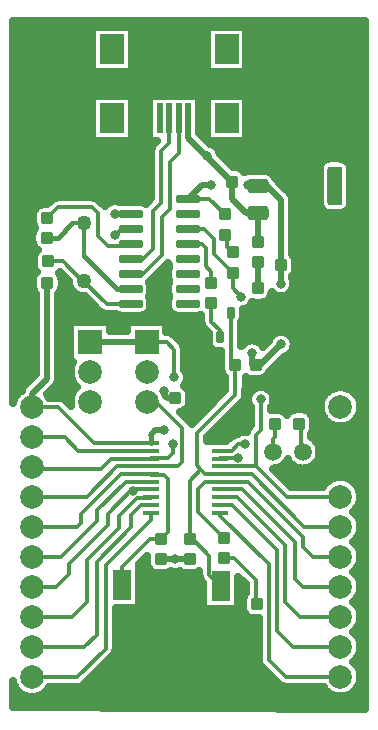
<source format=gbr>
G04 DipTrace 4.0.0.3*
G04 1 - Top.gbr*
%MOIN*%
G04 #@! TF.FileFunction,Copper,L1,Top*
G04 #@! TF.Part,Single*
%AMOUTLINE0*
4,1,28,
-0.021654,-0.009843,
-0.021654,0.009843,
-0.021318,0.01239,
-0.020335,0.014764,
-0.018771,0.016802,
-0.016732,0.018366,
-0.014358,0.01935,
-0.011811,0.019685,
0.011811,0.019685,
0.014358,0.01935,
0.016732,0.018366,
0.018771,0.016802,
0.020335,0.014764,
0.021318,0.01239,
0.021654,0.009843,
0.021654,-0.009843,
0.021318,-0.01239,
0.020335,-0.014764,
0.018771,-0.016802,
0.016732,-0.018366,
0.014358,-0.01935,
0.011811,-0.019685,
-0.011811,-0.019685,
-0.014358,-0.01935,
-0.016732,-0.018366,
-0.018771,-0.016802,
-0.020335,-0.014764,
-0.021318,-0.01239,
-0.021654,-0.009843,
0*%
%AMOUTLINE3*
4,1,28,
0.009843,-0.021654,
-0.009843,-0.021654,
-0.01239,-0.021318,
-0.014764,-0.020335,
-0.016802,-0.018771,
-0.018366,-0.016732,
-0.01935,-0.014358,
-0.019685,-0.011811,
-0.019685,0.011811,
-0.01935,0.014358,
-0.018366,0.016732,
-0.016802,0.018771,
-0.014764,0.020335,
-0.01239,0.021318,
-0.009843,0.021654,
0.009843,0.021654,
0.01239,0.021318,
0.014764,0.020335,
0.016802,0.018771,
0.018366,0.016732,
0.01935,0.014358,
0.019685,0.011811,
0.019685,-0.011811,
0.01935,-0.014358,
0.018366,-0.016732,
0.016802,-0.018771,
0.014764,-0.020335,
0.01239,-0.021318,
0.009843,-0.021654,
0*%
%AMOUTLINE6*
4,1,28,
0.021654,0.009843,
0.021654,-0.009843,
0.021318,-0.01239,
0.020335,-0.014764,
0.018771,-0.016802,
0.016732,-0.018366,
0.014358,-0.01935,
0.011811,-0.019685,
-0.011811,-0.019685,
-0.014358,-0.01935,
-0.016732,-0.018366,
-0.018771,-0.016802,
-0.020335,-0.014764,
-0.021318,-0.01239,
-0.021654,-0.009843,
-0.021654,0.009843,
-0.021318,0.01239,
-0.020335,0.014764,
-0.018771,0.016802,
-0.016732,0.018366,
-0.014358,0.01935,
-0.011811,0.019685,
0.011811,0.019685,
0.014358,0.01935,
0.016732,0.018366,
0.018771,0.016802,
0.020335,0.014764,
0.021318,0.01239,
0.021654,0.009843,
0*%
%AMOUTLINE9*
4,1,28,
-0.006103,0.019882,
0.006102,0.019882,
0.00763,0.019681,
0.009055,0.019091,
0.010278,0.018153,
0.011216,0.016929,
0.011806,0.015505,
0.012007,0.013977,
0.012008,-0.013976,
0.011807,-0.015504,
0.011217,-0.016929,
0.010279,-0.018152,
0.009056,-0.01909,
0.007631,-0.01968,
0.006103,-0.019882,
-0.006102,-0.019882,
-0.00763,-0.019681,
-0.009055,-0.019091,
-0.010278,-0.018153,
-0.011216,-0.016929,
-0.011806,-0.015505,
-0.012007,-0.013977,
-0.012008,0.013976,
-0.011807,0.015504,
-0.011217,0.016929,
-0.010279,0.018152,
-0.009056,0.01909,
-0.007631,0.01968,
-0.006103,0.019882,
0*%
%AMOUTLINE12*
4,1,28,
0.006103,-0.019882,
-0.006102,-0.019882,
-0.00763,-0.019681,
-0.009055,-0.019091,
-0.010278,-0.018153,
-0.011216,-0.016929,
-0.011806,-0.015505,
-0.012007,-0.013977,
-0.012008,0.013976,
-0.011807,0.015504,
-0.011217,0.016929,
-0.010279,0.018152,
-0.009056,0.01909,
-0.007631,0.01968,
-0.006103,0.019882,
0.006102,0.019882,
0.00763,0.019681,
0.009055,0.019091,
0.010278,0.018153,
0.011216,0.016929,
0.011806,0.015505,
0.012007,0.013977,
0.012008,-0.013976,
0.011807,-0.015504,
0.011217,-0.016929,
0.010279,-0.018152,
0.009056,-0.01909,
0.007631,-0.01968,
0.006103,-0.019882,
0*%
%AMOUTLINE15*
4,1,28,
-0.009843,0.021654,
0.009843,0.021654,
0.01239,0.021318,
0.014764,0.020335,
0.016802,0.018771,
0.018366,0.016732,
0.01935,0.014358,
0.019685,0.011811,
0.019685,-0.011811,
0.01935,-0.014358,
0.018366,-0.016732,
0.016802,-0.018771,
0.014764,-0.020335,
0.01239,-0.021318,
0.009843,-0.021654,
-0.009843,-0.021654,
-0.01239,-0.021318,
-0.014764,-0.020335,
-0.016802,-0.018771,
-0.018366,-0.016732,
-0.01935,-0.014358,
-0.019685,-0.011811,
-0.019685,0.011811,
-0.01935,0.014358,
-0.018366,0.016732,
-0.016802,0.018771,
-0.014764,0.020335,
-0.01239,0.021318,
-0.009843,0.021654,
0*%
%AMOUTLINE18*
4,1,28,
0.03937,0.006299,
0.03937,-0.006299,
0.039142,-0.008031,
0.038473,-0.009646,
0.03741,-0.011032,
0.036024,-0.012095,
0.034409,-0.012764,
0.032677,-0.012992,
-0.032677,-0.012992,
-0.034409,-0.012764,
-0.036024,-0.012095,
-0.03741,-0.011032,
-0.038473,-0.009646,
-0.039142,-0.008031,
-0.03937,-0.006299,
-0.03937,0.006299,
-0.039142,0.008031,
-0.038473,0.009646,
-0.03741,0.011032,
-0.036024,0.012095,
-0.034409,0.012764,
-0.032677,0.012992,
0.032677,0.012992,
0.034409,0.012764,
0.036024,0.012095,
0.03741,0.011032,
0.038473,0.009646,
0.039142,0.008031,
0.03937,0.006299,
0*%
%AMOUTLINE21*
4,1,28,
-0.03937,-0.006299,
-0.03937,0.006299,
-0.039142,0.008031,
-0.038473,0.009646,
-0.03741,0.011032,
-0.036024,0.012095,
-0.034409,0.012764,
-0.032677,0.012992,
0.032677,0.012992,
0.034409,0.012764,
0.036024,0.012095,
0.03741,0.011032,
0.038473,0.009646,
0.039142,0.008031,
0.03937,0.006299,
0.03937,-0.006299,
0.039142,-0.008031,
0.038473,-0.009646,
0.03741,-0.011032,
0.036024,-0.012095,
0.034409,-0.012764,
0.032677,-0.012992,
-0.032677,-0.012992,
-0.034409,-0.012764,
-0.036024,-0.012095,
-0.03741,-0.011032,
-0.038473,-0.009646,
-0.039142,-0.008031,
-0.03937,-0.006299,
0*%
%AMOUTLINE24*
4,1,28,
0.035433,0.011571,
0.035433,-0.011569,
0.035023,-0.014688,
0.033819,-0.017595,
0.031904,-0.020091,
0.029408,-0.022007,
0.026501,-0.023211,
0.023382,-0.023621,
-0.02338,-0.023623,
-0.0265,-0.023212,
-0.029407,-0.022008,
-0.031903,-0.020093,
-0.033818,-0.017597,
-0.035022,-0.01469,
-0.035433,-0.011571,
-0.035433,0.011569,
-0.035023,0.014688,
-0.033819,0.017595,
-0.031904,0.020091,
-0.029408,0.022007,
-0.026501,0.023211,
-0.023382,0.023621,
0.02338,0.023623,
0.0265,0.023212,
0.029407,0.022008,
0.031903,0.020093,
0.033818,0.017597,
0.035022,0.01469,
0.035433,0.011571,
0*%
%AMOUTLINE27*
4,1,28,
-0.024999,-0.054922,
-0.025001,0.054921,
-0.024666,0.057468,
-0.023683,0.059842,
-0.022119,0.06188,
-0.02008,0.063445,
-0.017707,0.064428,
-0.015159,0.064763,
0.015156,0.064764,
0.017703,0.064429,
0.020077,0.063446,
0.022116,0.061882,
0.02368,0.059843,
0.024663,0.057469,
0.024999,0.054922,
0.025001,-0.054921,
0.024666,-0.057468,
0.023683,-0.059842,
0.022119,-0.06188,
0.02008,-0.063445,
0.017707,-0.064428,
0.015159,-0.064763,
-0.015156,-0.064764,
-0.017703,-0.064429,
-0.020077,-0.063446,
-0.022116,-0.061882,
-0.02368,-0.059843,
-0.024663,-0.057469,
-0.024999,-0.054922,
0*%
G04 #@! TA.AperFunction,Conductor*
%ADD13C,0.013386*%
%ADD14C,0.02*%
%ADD15C,0.014*%
%ADD16C,0.013*%
%ADD17C,0.019685*%
%ADD18C,0.017717*%
%ADD19C,0.015748*%
%ADD20C,0.014016*%
G04 #@! TA.AperFunction,CopperBalancing*
%ADD21C,0.025*%
G04 #@! TA.AperFunction,ComponentPad*
%ADD22C,0.07874*%
%ADD23R,0.07874X0.07874*%
%ADD25R,0.062992X0.098425*%
%ADD28R,0.058071X0.017717*%
%ADD30R,0.019685X0.098425*%
%ADD31R,0.07874X0.098425*%
G04 #@! TA.AperFunction,ComponentPad*
%ADD32C,0.05*%
%ADD33C,0.059055*%
G04 #@! TA.AperFunction,ViaPad*
%ADD34C,0.031496*%
%ADD61OUTLINE0*%
%ADD64OUTLINE3*%
%ADD67OUTLINE6*%
%ADD70OUTLINE9*%
%ADD73OUTLINE12*%
%ADD76OUTLINE15*%
%ADD79OUTLINE18*%
%ADD82OUTLINE21*%
%ADD85OUTLINE24*%
%ADD88OUTLINE27*%
%FSLAX26Y26*%
G04*
G70*
G90*
G75*
G01*
G04 Top*
%LPD*%
X871289Y1271173D2*
D13*
X628793D1*
X583316Y1316650D1*
X474966D1*
X668780Y1635129D2*
D14*
X856295D1*
X856428Y1635261D1*
X871289Y1245583D2*
D13*
X739304D1*
X704717Y1210995D1*
X480621D1*
X474966Y1216650D1*
X856428Y1635261D2*
X923266D1*
X948672Y1609856D1*
Y1516829D1*
X945155Y1296067D2*
Y1264556D1*
X927867Y1247269D1*
X871289D1*
Y1245583D1*
X856428Y1435261D2*
D15*
X887409D1*
X975474Y1347197D1*
Y1235812D1*
X959654Y1219992D1*
X871289D1*
D13*
X758530D1*
X657479Y1118941D1*
X477257D1*
X474966Y1116650D1*
X871289Y1194402D2*
D16*
Y1192374D1*
X912996D1*
X927522Y1177848D1*
Y1001752D1*
X904614Y978844D1*
X868638D1*
X774358Y884564D1*
Y823449D1*
X871289Y1194402D2*
D13*
X770698D1*
X638308Y1062012D1*
Y1029915D1*
X625043Y1016650D1*
X474966D1*
X871289Y1168811D2*
X786681D1*
X692587Y1074717D1*
Y1037597D1*
X571639Y916650D1*
X474966D1*
X871289Y1143220D2*
X806862D1*
X726458Y1062816D1*
Y1024039D1*
X597885Y895466D1*
Y860824D1*
X553710Y816650D1*
X474966D1*
X812682Y1139201D2*
X806862Y1143220D1*
X1102627D2*
X1175738D1*
X1350340Y968618D1*
Y845879D1*
X1377325Y818894D1*
X1502668D1*
X1102627Y1168811D2*
D16*
X1051606D1*
X1027503Y1144707D1*
Y1066588D1*
X1113934Y980156D1*
X1102627Y1168811D2*
D13*
X1193814D1*
X1378664Y983961D1*
Y952096D1*
X1411866Y918894D1*
X1502668D1*
X871289Y1117630D2*
Y1115573D1*
X824780D1*
X765739Y1056533D1*
Y1015164D1*
X659425Y908850D1*
Y767423D1*
X608652Y716650D1*
X474966D1*
Y616650D2*
X647154D1*
X689661Y659157D1*
Y902997D1*
X803720Y1017056D1*
Y1057219D1*
X837080Y1090579D1*
X871289D1*
Y1092039D1*
Y1066449D2*
Y1041709D1*
X719898Y890318D1*
Y612341D1*
X624206Y516650D1*
X474966D1*
X1102627Y1066449D2*
Y1055689D1*
X1263007Y895310D1*
Y575615D1*
X1319728Y518894D1*
X1502668D1*
X1102627Y1092039D2*
X1141946D1*
X1291331Y942655D1*
Y671211D1*
X1343648Y618894D1*
X1502668D1*
X1102627Y1117630D2*
X1157661D1*
X1318475Y956816D1*
Y766806D1*
X1366387Y718894D1*
X1502668D1*
X932399Y2380127D2*
D15*
Y2298594D1*
X906228Y2272424D1*
Y2099635D1*
X877953Y2071360D1*
Y1944125D1*
X845668Y1911840D1*
X803615D1*
X963895Y2380127D2*
Y2263259D1*
X934194Y2233558D1*
Y2078974D1*
X907480Y2052260D1*
Y1925209D1*
X844112Y1861840D1*
X803615D1*
X992986Y1961840D2*
D13*
X1040920D1*
X1055050Y1947711D1*
Y1887255D1*
X1072857Y1869448D1*
Y1832806D1*
X869407Y2380127D2*
D17*
Y2439340D1*
D14*
Y2458660D1*
X912510Y2501764D1*
X1157556D1*
X1226637Y2432683D1*
Y2246018D1*
X869407Y2380127D2*
D17*
Y2320915D1*
D14*
Y2147638D1*
X833609Y2111840D1*
X803615D1*
X458240Y1830370D2*
D15*
Y1900371D1*
X461265Y1903396D1*
Y1978293D1*
X457173Y1982385D1*
Y2045362D1*
X459100Y2047289D1*
D14*
Y2069518D1*
X540470Y2150888D1*
X705639D1*
X744688Y2111840D1*
X803615D1*
X1226637Y2246018D2*
X1150361D1*
X1140929Y2236585D1*
X1226637Y2246018D2*
X1331820D1*
X1371184Y2206654D1*
Y1890757D1*
Y1820118D1*
X1298619Y1747554D1*
X1227570D1*
Y1701146D1*
X1176357Y1649933D1*
X1226639Y2155466D2*
X1258308D1*
X1304255Y2109520D1*
Y1890757D1*
X1226639Y2155466D2*
Y2159442D1*
X1193240D1*
X1069898D2*
X1040588D1*
X992986Y2111840D1*
D15*
X1065853D1*
X1117790Y2059903D1*
X1304255Y1890757D2*
D14*
Y1829600D1*
Y1627117D2*
X1234198Y1557060D1*
X1219749D1*
X525169Y1830370D2*
Y1512526D1*
X474966Y1462323D1*
Y1416650D1*
X904614Y911915D2*
X951052Y911398D1*
X1000281D1*
X871289Y1296764D2*
D13*
X682504D1*
X562618Y1416650D1*
X474966D1*
X1219749Y1557060D2*
D14*
X1208471D1*
Y1597959D1*
X913017Y1472189D2*
Y1458563D1*
X924119Y1447461D1*
X950995D1*
X871289Y1296764D2*
D18*
Y1326084D1*
D14*
X885717Y1340512D1*
X916259D1*
X995391Y2380127D2*
D17*
Y2315194D1*
D14*
X1057781Y2252804D1*
X1140930Y2169656D1*
Y2111551D1*
X1187565Y2064915D1*
X1226641D1*
Y1969656D1*
X1226356Y1969370D1*
X1058866Y2253888D2*
X1057781Y2252804D1*
X1072857Y1765877D2*
D15*
Y1702853D1*
X1101552Y1674156D1*
Y1649930D1*
X649194Y1838180D2*
Y1836129D1*
X723483Y1761840D1*
X803615D1*
X528194Y1903396D2*
X578995D1*
X649194Y1833197D1*
Y1838180D1*
Y2030306D2*
Y1920900D1*
D19*
X758255Y1811840D1*
X803615D1*
X524102Y1982385D2*
X560895D1*
X608816Y2030306D1*
D15*
X649194D1*
X803615Y1961840D2*
Y1955684D1*
X726761D1*
X693727Y1988718D1*
Y2063630D1*
X673942Y2083415D1*
X562155D1*
X526029Y2047289D1*
X1117790Y1992974D2*
X1124207D1*
Y1952650D1*
X1143549Y1933308D1*
X1226356Y1902441D2*
D14*
Y1815696D1*
X1227570Y1814483D1*
X1113934Y913227D2*
D13*
X1147552D1*
X1220344Y840437D1*
Y765648D1*
X1224289Y761703D1*
X1138953Y1733003D2*
D15*
Y1570925D1*
X1152820Y1557058D1*
Y1459782D1*
X1023718Y1330680D1*
Y1223579D1*
X1036244Y1211052D1*
X1052895Y1194402D1*
X1102627D1*
X1000281Y978327D2*
D16*
Y1172654D1*
X1036244Y1208617D1*
Y1211052D1*
X1102627Y1194402D2*
D13*
X1207016D1*
X1382524Y1018894D1*
X1502668D1*
X1000281Y978327D2*
D20*
X1009916D1*
X1065669Y922573D1*
Y858133D1*
X1103264Y820538D1*
X992986Y2011840D2*
D15*
X1048937D1*
X1082291Y1978486D1*
Y1927638D1*
X1143550Y1866379D1*
X1102627Y1219992D2*
X1222344D1*
D13*
X1323442Y1118894D1*
X1502668D1*
X1143550Y1866379D2*
Y1814054D1*
X1171596Y1786008D1*
X1237285Y1443282D2*
Y1340465D1*
X1222344Y1325524D1*
Y1219992D1*
X803615Y2011840D2*
X774440D1*
X752630Y1990030D1*
X803615Y2061840D2*
X750466D1*
X1276785Y1268551D2*
Y1310668D1*
X1283121Y1317004D1*
Y1361451D1*
X1102627Y1271173D2*
D20*
Y1273160D1*
X1139839D1*
X1160610Y1293932D1*
X1185394D1*
X1102627Y1245583D2*
D13*
Y1247025D1*
X1159789D1*
X1376785Y1268551D2*
X1371025D1*
Y1356526D1*
X1365238Y1362314D1*
D34*
X948672Y1516829D3*
X945155Y1296067D3*
X1193240Y2159442D3*
X1069898D3*
X1304255Y1829600D3*
Y1627117D3*
X1208471Y1597959D3*
X951052Y911398D3*
X916259Y1340512D3*
X1171596Y1786008D3*
X1237285Y1443282D3*
X752630Y1990030D3*
X750466Y2061840D3*
X1185394Y1293932D3*
X1159789Y1247025D3*
X812682Y1139201D3*
X913017Y1472189D3*
X1058866Y2253888D3*
X414575Y2680563D2*
D21*
X672714D1*
X809409D2*
X1055383D1*
X1192114D2*
X1582306D1*
X414575Y2655694D2*
X672714D1*
X809409D2*
X1055383D1*
X1192114D2*
X1582306D1*
X414539Y2630825D2*
X672714D1*
X809409D2*
X1055383D1*
X1192114D2*
X1582306D1*
X414539Y2605956D2*
X672714D1*
X809409D2*
X1055383D1*
X1192114D2*
X1582270D1*
X414503Y2581087D2*
X672714D1*
X809409D2*
X1055383D1*
X1192114D2*
X1582270D1*
X414503Y2556219D2*
X672714D1*
X809409D2*
X1055383D1*
X1192114D2*
X1582270D1*
X414467Y2531350D2*
X1582270D1*
X414467Y2506481D2*
X1582234D1*
X414432Y2481612D2*
X1582234D1*
X414432Y2456744D2*
X1582234D1*
X414396Y2431875D2*
X672714D1*
X809409D2*
X862075D1*
X1034223D2*
X1055383D1*
X1192114D2*
X1582234D1*
X414396Y2407006D2*
X672714D1*
X809409D2*
X862075D1*
X1034223D2*
X1055383D1*
X1192114D2*
X1582199D1*
X414360Y2382137D2*
X672714D1*
X809409D2*
X862075D1*
X1034223D2*
X1055383D1*
X1192114D2*
X1582199D1*
X414360Y2357269D2*
X672714D1*
X809409D2*
X862075D1*
X1034223D2*
X1055383D1*
X1192114D2*
X1582199D1*
X414324Y2332400D2*
X672714D1*
X809409D2*
X862075D1*
X1034223D2*
X1055383D1*
X1192114D2*
X1582199D1*
X414324Y2307531D2*
X672714D1*
X809409D2*
X862075D1*
X1192114D2*
X1582163D1*
X414288Y2282662D2*
X871835D1*
X1092284D2*
X1582163D1*
X414288Y2257793D2*
X870220D1*
X1106889D2*
X1582163D1*
X414252Y2232925D2*
X870220D1*
X1131756D2*
X1438339D1*
X1530681D2*
X1582163D1*
X414252Y2208056D2*
X870220D1*
X1178047D2*
X1430516D1*
X1538504D2*
X1582127D1*
X414216Y2183187D2*
X870220D1*
X1287530D2*
X1430516D1*
X1538504D2*
X1582127D1*
X414216Y2158318D2*
X870220D1*
X1309563D2*
X1430516D1*
X1538504D2*
X1582127D1*
X414180Y2133450D2*
X870220D1*
X1334323D2*
X1430516D1*
X1538504D2*
X1582127D1*
X414180Y2108581D2*
X537538D1*
X698527D2*
X865304D1*
X1343258D2*
X1430516D1*
X1538504D2*
X1582091D1*
X414144Y2083712D2*
X486941D1*
X1343258D2*
X1434643D1*
X1534377D2*
X1582091D1*
X414144Y2058843D2*
X475423D1*
X1343258D2*
X1582091D1*
X414109Y2033975D2*
X475566D1*
X1343258D2*
X1582091D1*
X414109Y2009106D2*
X477612D1*
X1343258D2*
X1582055D1*
X414073Y1984237D2*
X473449D1*
X1343258D2*
X1582055D1*
X414073Y1959368D2*
X475925D1*
X1343258D2*
X1582055D1*
X414037Y1934500D2*
X484430D1*
X1343258D2*
X1582055D1*
X414037Y1909631D2*
X477540D1*
X1353772D2*
X1582019D1*
X414001Y1884762D2*
X478616D1*
X1354884D2*
X1582019D1*
X414001Y1859893D2*
X480303D1*
X892014D2*
X924621D1*
X1348210D2*
X1582019D1*
X413965Y1835024D2*
X474525D1*
X575803D2*
X595312D1*
X867362D2*
X929250D1*
X1348640D2*
X1582019D1*
X413965Y1810156D2*
X476033D1*
X574296D2*
X603493D1*
X871991D2*
X924621D1*
X1344263D2*
X1581983D1*
X413929Y1785287D2*
X486188D1*
X564176D2*
X650179D1*
X867218D2*
X929393D1*
X1271812D2*
X1581983D1*
X413929Y1760418D2*
X486188D1*
X564176D2*
X675046D1*
X871991D2*
X924621D1*
X1207687D2*
X1581983D1*
X413893Y1735549D2*
X486188D1*
X564176D2*
X700237D1*
X865280D2*
X931331D1*
X1179949D2*
X1581983D1*
X413893Y1710681D2*
X486188D1*
X564176D2*
X1036867D1*
X1178872D2*
X1581947D1*
X413857Y1685812D2*
X486188D1*
X564176D2*
X600407D1*
X737138D2*
X788081D1*
X924776D2*
X1041532D1*
X1174961D2*
X1581947D1*
X413857Y1660943D2*
X486188D1*
X564176D2*
X600407D1*
X946773D2*
X1060550D1*
X1174961D2*
X1276465D1*
X1332062D2*
X1581947D1*
X413822Y1636074D2*
X486188D1*
X564176D2*
X600407D1*
X971892D2*
X1060550D1*
X1174961D2*
X1187760D1*
X1229182D2*
X1259097D1*
X1348030D2*
X1581947D1*
X413822Y1611206D2*
X486188D1*
X564176D2*
X600407D1*
X984344D2*
X1072033D1*
X1345877D2*
X1581947D1*
X413786Y1586337D2*
X486188D1*
X564176D2*
X600407D1*
X984344D2*
X1102965D1*
X1317780D2*
X1581911D1*
X413786Y1561468D2*
X486188D1*
X564176D2*
X605897D1*
X984344D2*
X1102176D1*
X1292697D2*
X1581911D1*
X413750Y1536599D2*
X486188D1*
X564176D2*
X600443D1*
X988507D2*
X1103755D1*
X1268798D2*
X1581911D1*
X413750Y1511730D2*
X470255D1*
X564140D2*
X604713D1*
X993100D2*
X1116817D1*
X1241849D2*
X1581911D1*
X413714Y1486862D2*
X445459D1*
X553626D2*
X621471D1*
X986425D2*
X1116817D1*
X1188812D2*
X1581876D1*
X528759Y1461993D2*
X606149D1*
X1001353D2*
X1105154D1*
X1277662D2*
X1450360D1*
X1554975D2*
X1581876D1*
X1001640Y1437124D2*
X1080286D1*
X1179985D2*
X1192999D1*
X1281573D2*
X1436868D1*
X1568467D2*
X1581876D1*
X991342Y1412255D2*
X1055419D1*
X1155153D2*
X1201611D1*
X1272961D2*
X1434643D1*
X985134Y1387387D2*
X1030551D1*
X1130285D2*
X1201611D1*
X1411402D2*
X1442322D1*
X1563013D2*
X1581840D1*
X1105417Y1362518D2*
X1201611D1*
X1413914D2*
X1466113D1*
X1539221D2*
X1581840D1*
X1080550Y1337649D2*
X1188944D1*
X1411581D2*
X1581840D1*
X1059701Y1312780D2*
X1129591D1*
X1413663D2*
X1581840D1*
X1431856Y1287912D2*
X1581804D1*
X1435050Y1263043D2*
X1581804D1*
X1426366Y1238174D2*
X1581804D1*
X1288570Y1213305D2*
X1364992D1*
X1388580D2*
X1581804D1*
X1303319Y1188437D2*
X1581768D1*
X1328186Y1163568D2*
X1451760D1*
X1553575D2*
X1581768D1*
X1567965Y1138699D2*
X1581768D1*
X1563838Y1088961D2*
X1581732D1*
X1553073Y1064093D2*
X1581732D1*
X1567821Y1039224D2*
X1581732D1*
X1564089Y989486D2*
X1581696D1*
X1552570Y964618D2*
X1581696D1*
X1567642Y939749D2*
X1581696D1*
X834851Y890011D2*
X857374D1*
X1564376D2*
X1581660D1*
X834851Y865143D2*
X882385D1*
X926858D2*
X976366D1*
X1552068D2*
X1581660D1*
X834851Y840274D2*
X1034821D1*
X1567462D2*
X1581660D1*
X834851Y815405D2*
X1042787D1*
X1163765D2*
X1184674D1*
X834851Y790536D2*
X1042787D1*
X1163765D2*
X1179829D1*
X1564627D2*
X1581624D1*
X834851Y765667D2*
X1042787D1*
X1551530D2*
X1581624D1*
X755583Y740799D2*
X1176779D1*
X1567283D2*
X1581624D1*
X755583Y715930D2*
X1199027D1*
X755583Y691061D2*
X1227304D1*
X1564843D2*
X1581589D1*
X755583Y666192D2*
X1227304D1*
X1550991D2*
X1581589D1*
X755583Y641324D2*
X1227304D1*
X1567103D2*
X1581589D1*
X755583Y616455D2*
X1227304D1*
X748298Y591586D2*
X1227304D1*
X1565094D2*
X1581553D1*
X723717Y566717D2*
X1228524D1*
X1550453D2*
X1581553D1*
X698850Y541849D2*
X1247327D1*
X1566888D2*
X1581553D1*
X673982Y516980D2*
X1272195D1*
X649042Y492111D2*
X1297637D1*
X1565345D2*
X1581517D1*
X412996Y467242D2*
X428917D1*
X521008D2*
X1459295D1*
X1546039D2*
X1581517D1*
X412960Y442374D2*
X1581517D1*
X412960Y417505D2*
X1581517D1*
X999140Y1447461D2*
X999028Y1434767D1*
X998137Y1429136D1*
X996375Y1423713D1*
X993786Y1418633D1*
X990435Y1414021D1*
X986403Y1409989D1*
X981791Y1406638D1*
X976710Y1404049D1*
X971288Y1402287D1*
X968479Y1401729D1*
X988835Y1381200D1*
X1000941Y1368948D1*
X1004030Y1364696D1*
X1006490Y1360817D1*
X1119328Y1473655D1*
Y1518090D1*
X1115318Y1521522D1*
X1111615Y1525857D1*
X1108636Y1530719D1*
X1106453Y1535986D1*
X1105122Y1541530D1*
X1104675Y1547225D1*
X1104786Y1569750D1*
X1105461Y1579929D1*
Y1603577D1*
X1092911Y1603656D1*
X1087890Y1604451D1*
X1083055Y1606022D1*
X1078525Y1608330D1*
X1074412Y1611318D1*
X1070817Y1614913D1*
X1067829Y1619026D1*
X1065521Y1623555D1*
X1063949Y1628390D1*
X1063154Y1633411D1*
X1063054Y1663916D1*
X1057704Y1670640D1*
X1047389Y1681102D1*
X1044300Y1685354D1*
X1041914Y1690037D1*
X1040290Y1695035D1*
X1039468Y1700226D1*
X1039365Y1725336D1*
X1033410Y1723272D1*
X1028266Y1722458D1*
X971562Y1722356D1*
X957705Y1722458D1*
X952561Y1723272D1*
X947609Y1724882D1*
X942969Y1727246D1*
X938756Y1730307D1*
X935074Y1733989D1*
X932013Y1738202D1*
X929649Y1742841D1*
X928040Y1747794D1*
X927226Y1752937D1*
Y1770743D1*
X928040Y1775886D1*
X929649Y1780838D1*
X932019Y1785487D1*
X932013Y1788201D1*
X929649Y1792841D1*
X928040Y1797794D1*
X927226Y1802937D1*
Y1820743D1*
X928040Y1825886D1*
X929649Y1830839D1*
X932019Y1835487D1*
X932013Y1838202D1*
X929649Y1842841D1*
X928040Y1847794D1*
X927226Y1852937D1*
Y1870743D1*
X928040Y1875886D1*
X929649Y1880838D1*
X932019Y1885487D1*
X932013Y1888202D1*
X929649Y1892841D1*
X928038Y1897804D1*
X924826Y1895189D1*
X865855Y1836366D1*
X865861Y1833205D1*
X867854Y1828394D1*
X869069Y1823330D1*
X869477Y1818129D1*
X869376Y1802937D1*
X868561Y1797794D1*
X866952Y1792841D1*
X864582Y1788193D1*
X864588Y1785478D1*
X866952Y1780838D1*
X868561Y1775886D1*
X869375Y1770743D1*
Y1752937D1*
X868561Y1747794D1*
X866952Y1742841D1*
X864588Y1738202D1*
X861527Y1733989D1*
X857845Y1730307D1*
X853632Y1727246D1*
X848992Y1724882D1*
X844040Y1723273D1*
X838896Y1722458D1*
X782192Y1722356D1*
X768335Y1722458D1*
X763191Y1723273D1*
X758239Y1724882D1*
X753591Y1727251D1*
X749670Y1728348D1*
X720855Y1728451D1*
X715664Y1729273D1*
X710666Y1730897D1*
X705983Y1733283D1*
X701731Y1736372D1*
X661131Y1776827D1*
X651210Y1786748D1*
X645154Y1786846D1*
X637174Y1788110D1*
X629489Y1790607D1*
X622290Y1794276D1*
X615753Y1799025D1*
X610039Y1804738D1*
X605290Y1811275D1*
X601622Y1818475D1*
X599125Y1826159D1*
X597861Y1834140D1*
X597737Y1837280D1*
X566402Y1868624D1*
X563594Y1865918D1*
X564609Y1863810D1*
X567961Y1859197D1*
X570549Y1854117D1*
X572311Y1848695D1*
X573203Y1843063D1*
X573315Y1820528D1*
X572868Y1814844D1*
X571537Y1809300D1*
X569355Y1804032D1*
X566376Y1799171D1*
X562665Y1794827D1*
X561661Y1784796D1*
X561549Y1509663D1*
X560653Y1504007D1*
X558884Y1498561D1*
X556284Y1493459D1*
X552918Y1488826D1*
X524424Y1460173D1*
X528250Y1455362D1*
X531804Y1449846D1*
X565222Y1449732D1*
X570365Y1448918D1*
X575318Y1447309D1*
X579957Y1444945D1*
X584170Y1441884D1*
X604238Y1421960D1*
X603120Y1429961D1*
Y1440296D1*
X604737Y1450504D1*
X607931Y1460333D1*
X612623Y1469542D1*
X618698Y1477903D1*
X625902Y1485115D1*
X618698Y1492355D1*
X612623Y1500716D1*
X607931Y1509924D1*
X604737Y1519753D1*
X603120Y1529961D1*
Y1540296D1*
X604737Y1550504D1*
X607931Y1560333D1*
X612475Y1569277D1*
X602917Y1569266D1*
Y1700991D1*
X734642D1*
Y1671602D1*
X790580Y1671621D1*
X790566Y1701123D1*
X922290D1*
Y1668433D1*
X928458Y1668038D1*
X933521Y1666822D1*
X938332Y1664829D1*
X942772Y1662109D1*
X946732Y1658727D1*
X973906Y1631408D1*
X976967Y1627195D1*
X979331Y1622555D1*
X980940Y1617603D1*
X981755Y1612459D1*
X981857Y1545435D1*
Y1542959D1*
X984688Y1538900D1*
X987697Y1532994D1*
X989745Y1526690D1*
X990782Y1520144D1*
Y1513515D1*
X989745Y1506969D1*
X987697Y1500665D1*
X984688Y1494759D1*
X980466Y1489045D1*
X984163Y1486699D1*
X988498Y1482996D1*
X992201Y1478660D1*
X995180Y1473799D1*
X997362Y1468531D1*
X998693Y1462987D1*
X999140Y1457303D1*
Y1447461D1*
X1365238Y1410459D2*
X1377931Y1410347D1*
X1383562Y1409455D1*
X1388985Y1407694D1*
X1394065Y1405105D1*
X1398678Y1401754D1*
X1402709Y1397722D1*
X1406060Y1393110D1*
X1408649Y1388029D1*
X1410411Y1382607D1*
X1411303Y1376975D1*
X1411415Y1350503D1*
X1410967Y1344819D1*
X1409636Y1339275D1*
X1407455Y1334007D1*
X1404469Y1329137D1*
X1404210Y1317407D1*
X1409712Y1313872D1*
X1416397Y1308163D1*
X1422106Y1301479D1*
X1426699Y1293984D1*
X1430063Y1285862D1*
X1432115Y1277315D1*
X1432804Y1268551D1*
X1432115Y1259788D1*
X1430063Y1251240D1*
X1426699Y1243119D1*
X1422106Y1235624D1*
X1416397Y1228939D1*
X1409712Y1223230D1*
X1402217Y1218637D1*
X1394096Y1215273D1*
X1385548Y1213221D1*
X1376785Y1212531D1*
X1368021Y1213221D1*
X1359474Y1215273D1*
X1351352Y1218637D1*
X1343857Y1223230D1*
X1337173Y1228939D1*
X1331464Y1235624D1*
X1326792Y1243290D1*
X1322106Y1235624D1*
X1316397Y1228939D1*
X1309712Y1223230D1*
X1302217Y1218637D1*
X1294096Y1215273D1*
X1285548Y1213221D1*
X1276733Y1212534D1*
X1337207Y1152060D1*
X1445762Y1152079D1*
X1449384Y1157607D1*
X1456096Y1165465D1*
X1463955Y1172177D1*
X1472767Y1177577D1*
X1482315Y1181532D1*
X1492365Y1183945D1*
X1502668Y1184756D1*
X1512971Y1183945D1*
X1523021Y1181532D1*
X1532569Y1177577D1*
X1541381Y1172177D1*
X1549240Y1165465D1*
X1555952Y1157607D1*
X1561352Y1148795D1*
X1565307Y1139246D1*
X1567719Y1129197D1*
X1568530Y1118894D1*
X1567719Y1108591D1*
X1565307Y1098541D1*
X1561352Y1088993D1*
X1555952Y1080181D1*
X1549240Y1072322D1*
X1545546Y1068908D1*
X1552750Y1061668D1*
X1558825Y1053307D1*
X1563517Y1044098D1*
X1566710Y1034269D1*
X1568327Y1024061D1*
Y1013726D1*
X1566710Y1003518D1*
X1563517Y993689D1*
X1558825Y984481D1*
X1552750Y976120D1*
X1545546Y968908D1*
X1552750Y961668D1*
X1558825Y953307D1*
X1563517Y944098D1*
X1566710Y934269D1*
X1568327Y924061D1*
Y913726D1*
X1566710Y903518D1*
X1563517Y893689D1*
X1558825Y884481D1*
X1552750Y876120D1*
X1545546Y868908D1*
X1552750Y861668D1*
X1558825Y853307D1*
X1563517Y844098D1*
X1566710Y834269D1*
X1568327Y824061D1*
Y813726D1*
X1566710Y803518D1*
X1563517Y793689D1*
X1558825Y784481D1*
X1552750Y776120D1*
X1545546Y768908D1*
X1552750Y761668D1*
X1558825Y753307D1*
X1563517Y744098D1*
X1566710Y734269D1*
X1568327Y724061D1*
Y713726D1*
X1566710Y703518D1*
X1563517Y693689D1*
X1558825Y684481D1*
X1552750Y676120D1*
X1545546Y668908D1*
X1552750Y661668D1*
X1558825Y653307D1*
X1563517Y644098D1*
X1566710Y634269D1*
X1568327Y624061D1*
Y613726D1*
X1566710Y603518D1*
X1563517Y593689D1*
X1558825Y584481D1*
X1552750Y576120D1*
X1545546Y568908D1*
X1552750Y561668D1*
X1558825Y553307D1*
X1563517Y544098D1*
X1566710Y534269D1*
X1568327Y524061D1*
Y513726D1*
X1566710Y503518D1*
X1563517Y493689D1*
X1558825Y484481D1*
X1552750Y476120D1*
X1545442Y468812D1*
X1537081Y462737D1*
X1527872Y458045D1*
X1518043Y454851D1*
X1507835Y453235D1*
X1497500D1*
X1487293Y454851D1*
X1477464Y458045D1*
X1468255Y462737D1*
X1459894Y468812D1*
X1452586Y476120D1*
X1446511Y484481D1*
X1445830Y485697D1*
X1317125Y485811D1*
X1311981Y486625D1*
X1307029Y488235D1*
X1302389Y490599D1*
X1298176Y493660D1*
X1258112Y533579D1*
X1237772Y554063D1*
X1234712Y558276D1*
X1232348Y562916D1*
X1230738Y567869D1*
X1229924Y573012D1*
X1229821Y630428D1*
Y713571D1*
X1211595Y713670D1*
X1205964Y714562D1*
X1200541Y716323D1*
X1195461Y718912D1*
X1190849Y722263D1*
X1186817Y726295D1*
X1183466Y730908D1*
X1180877Y735988D1*
X1179115Y741410D1*
X1178223Y747042D1*
X1178111Y773514D1*
X1178559Y779198D1*
X1179890Y784743D1*
X1182072Y790010D1*
X1185051Y794871D1*
X1186825Y797120D1*
X1187159Y811742D1*
Y826706D1*
X1161252Y852598D1*
Y744833D1*
X1045276D1*
Y831135D1*
X1040196Y836376D1*
X1037106Y840629D1*
X1034719Y845313D1*
X1033095Y850312D1*
X1032272Y855504D1*
X1032169Y870673D1*
X1026619Y867212D1*
X1021351Y865030D1*
X1015807Y863699D1*
X1010123Y863252D1*
X987588Y863364D1*
X981956Y864256D1*
X976534Y866018D1*
X971453Y868606D1*
X966833Y871965D1*
X957660Y869678D1*
X951052Y869157D1*
X944445Y869678D1*
X938000Y871225D1*
X936991Y871597D1*
X930952Y867729D1*
X925685Y865547D1*
X920141Y864216D1*
X914446Y863769D1*
X891921Y863881D1*
X886289Y864773D1*
X880867Y866535D1*
X875787Y869123D1*
X871174Y872475D1*
X867143Y876506D1*
X863791Y881119D1*
X861203Y886199D1*
X859441Y891622D1*
X858549Y897253D1*
X858437Y921960D1*
X832358Y895906D1*
X832346Y747744D1*
X753078D1*
X752980Y609738D1*
X752166Y604594D1*
X750557Y599642D1*
X748193Y595002D1*
X745132Y590789D1*
X704904Y550416D1*
X645758Y491415D1*
X641545Y488355D1*
X636905Y485991D1*
X631953Y484381D1*
X626810Y483567D1*
X559760Y483465D1*
X531878D1*
X528250Y477937D1*
X521537Y470078D1*
X513679Y463366D1*
X504867Y457966D1*
X495318Y454011D1*
X485269Y451598D1*
X474966Y450787D1*
X464663Y451598D1*
X454613Y454011D1*
X445065Y457966D1*
X436253Y463366D1*
X428394Y470078D1*
X421682Y477937D1*
X416282Y486749D1*
X412327Y496297D1*
X410518Y503315D1*
X410451Y416855D1*
X1584025Y412028D1*
X1584819Y2705377D1*
X412077Y2705431D1*
X411188Y1433095D1*
X414117Y1441854D1*
X418809Y1451063D1*
X424884Y1459424D1*
X432192Y1466732D1*
X439864Y1472346D1*
X442451Y1478890D1*
X445443Y1483772D1*
X449170Y1488134D1*
X488652Y1527617D1*
X488677Y1793896D1*
X485729Y1796930D1*
X482378Y1801543D1*
X479789Y1806623D1*
X478027Y1812045D1*
X477136Y1817677D1*
X477024Y1840213D1*
X477471Y1845897D1*
X478802Y1851441D1*
X480984Y1856708D1*
X483963Y1861570D1*
X487666Y1865905D1*
X489769Y1867849D1*
X488754Y1869956D1*
X485403Y1874569D1*
X482814Y1879649D1*
X481052Y1885072D1*
X480160Y1890703D1*
X480048Y1913239D1*
X480496Y1918923D1*
X481827Y1924467D1*
X484009Y1929734D1*
X486988Y1934596D1*
X490691Y1938931D1*
X493307Y1941562D1*
X488694Y1944913D1*
X484662Y1948945D1*
X481311Y1953557D1*
X478722Y1958637D1*
X476961Y1964060D1*
X476069Y1969691D1*
X475957Y1992227D1*
X476404Y1997911D1*
X477735Y2003455D1*
X479917Y2008723D1*
X482896Y2013584D1*
X484822Y2016089D1*
X481843Y2020951D1*
X479661Y2026218D1*
X478330Y2031762D1*
X477883Y2037446D1*
X477995Y2059982D1*
X478887Y2065613D1*
X480649Y2071036D1*
X483237Y2076116D1*
X486589Y2080729D1*
X490620Y2084760D1*
X495233Y2088112D1*
X500313Y2090700D1*
X505736Y2092462D1*
X511367Y2093354D1*
X524824Y2093466D1*
X540403Y2108882D1*
X544655Y2111972D1*
X549338Y2114357D1*
X554336Y2115982D1*
X559527Y2116804D1*
X617402Y2116907D1*
X676570Y2116804D1*
X681761Y2115982D1*
X686759Y2114357D1*
X691442Y2111972D1*
X695694Y2108882D1*
X717042Y2087680D1*
X720598Y2091708D1*
X725638Y2096013D1*
X731289Y2099476D1*
X737413Y2102013D1*
X743858Y2103560D1*
X750466Y2104080D1*
X757074Y2103560D1*
X763519Y2102013D1*
X766278Y2100995D1*
X770938Y2101324D1*
X838896Y2101222D1*
X844040Y2100407D1*
X848992Y2098798D1*
X853640Y2096428D1*
X861339Y2102111D1*
X872732Y2113504D1*
X872839Y2275052D1*
X873662Y2280242D1*
X875286Y2285241D1*
X877672Y2289923D1*
X880761Y2294175D1*
X890839Y2304400D1*
X864568Y2304423D1*
Y2455832D1*
X1031726D1*
Y2330493D1*
X1066840Y2295353D1*
X1071919Y2294061D1*
X1078043Y2291525D1*
X1083694Y2288061D1*
X1088734Y2283757D1*
X1093039Y2278717D1*
X1096502Y2273065D1*
X1099039Y2266941D1*
X1100311Y2261881D1*
X1144408Y2217786D1*
X1153622Y2217690D1*
X1159254Y2216798D1*
X1164676Y2215037D1*
X1169756Y2212448D1*
X1174369Y2209097D1*
X1178401Y2205065D1*
X1181758Y2200443D1*
X1184587Y2200755D1*
X1191346Y2203693D1*
X1197227Y2205106D1*
X1203257Y2205580D1*
X1253043Y2205463D1*
X1259017Y2204517D1*
X1264769Y2202648D1*
X1270158Y2199902D1*
X1275052Y2196347D1*
X1279329Y2192070D1*
X1282884Y2187177D1*
X1285630Y2181788D1*
X1286681Y2178938D1*
X1309343Y2156039D1*
X1332004Y2133220D1*
X1335369Y2128587D1*
X1337969Y2123485D1*
X1339739Y2118039D1*
X1340634Y2112383D1*
X1340747Y2063659D1*
Y1927263D1*
X1345461Y1921957D1*
X1348440Y1917095D1*
X1350622Y1911828D1*
X1351953Y1906284D1*
X1352400Y1900600D1*
X1352288Y1878064D1*
X1351396Y1872433D1*
X1349634Y1867010D1*
X1347046Y1861930D1*
X1343695Y1857317D1*
X1341750Y1855215D1*
X1341891Y1848776D1*
X1344427Y1842653D1*
X1345975Y1836208D1*
X1346495Y1829600D1*
X1345975Y1822992D1*
X1344427Y1816547D1*
X1341891Y1810423D1*
X1338428Y1804772D1*
X1334123Y1799731D1*
X1329083Y1795427D1*
X1323431Y1791963D1*
X1317308Y1789427D1*
X1310862Y1787880D1*
X1304255Y1787360D1*
X1297647Y1787880D1*
X1291202Y1789427D1*
X1285078Y1791963D1*
X1279426Y1795427D1*
X1274386Y1799731D1*
X1273674Y1800502D1*
X1272743Y1794190D1*
X1270981Y1788767D1*
X1268393Y1783687D1*
X1265041Y1779074D1*
X1261010Y1775043D1*
X1256397Y1771691D1*
X1251317Y1769103D1*
X1245894Y1767341D1*
X1240263Y1766449D1*
X1217727Y1766337D1*
X1212032Y1766787D1*
X1209232Y1766831D1*
X1205769Y1761180D1*
X1201464Y1756140D1*
X1196424Y1751835D1*
X1190772Y1748372D1*
X1184649Y1745835D1*
X1177445Y1744198D1*
X1177354Y1716486D1*
X1176558Y1711464D1*
X1174988Y1706629D1*
X1172674Y1702091D1*
X1172445Y1678067D1*
X1172455Y1620030D1*
X1176351Y1625392D1*
X1181038Y1630079D1*
X1186401Y1633975D1*
X1192307Y1636984D1*
X1198610Y1639032D1*
X1205157Y1640069D1*
X1211785D1*
X1218332Y1639032D1*
X1224636Y1636984D1*
X1230542Y1633975D1*
X1235904Y1630079D1*
X1240591Y1625392D1*
X1244873Y1619340D1*
X1263432Y1637902D1*
X1265230Y1643281D1*
X1268239Y1649187D1*
X1272135Y1654550D1*
X1276822Y1659236D1*
X1282184Y1663132D1*
X1288090Y1666142D1*
X1294394Y1668190D1*
X1300940Y1669227D1*
X1307569D1*
X1314115Y1668190D1*
X1320419Y1666142D1*
X1326325Y1663132D1*
X1331687Y1659236D1*
X1336374Y1654550D1*
X1340270Y1649187D1*
X1343279Y1643281D1*
X1345328Y1636978D1*
X1346365Y1630431D1*
Y1623803D1*
X1345328Y1617256D1*
X1343279Y1610952D1*
X1340270Y1605046D1*
X1336374Y1599684D1*
X1331687Y1594997D1*
X1326325Y1591101D1*
X1320419Y1588092D1*
X1315051Y1586307D1*
X1266698Y1537952D1*
X1265130Y1533314D1*
X1262542Y1528234D1*
X1259190Y1523621D1*
X1255159Y1519589D1*
X1250546Y1516238D1*
X1245466Y1513649D1*
X1240044Y1511887D1*
X1234413Y1510995D1*
X1207940Y1510882D1*
X1202256Y1511330D1*
X1196712Y1512660D1*
X1191444Y1514842D1*
X1186574Y1517828D1*
X1186312Y1503020D1*
X1186209Y1457154D1*
X1185387Y1451964D1*
X1183763Y1446965D1*
X1181377Y1442283D1*
X1178288Y1438031D1*
X1137569Y1397166D1*
X1057210Y1316807D1*
Y1306504D1*
X1125961Y1306660D1*
X1138854Y1319405D1*
X1143106Y1322495D1*
X1147790Y1324882D1*
X1152790Y1326506D1*
X1157992Y1327329D1*
X1160566Y1328105D1*
X1166217Y1331568D1*
X1172341Y1334105D1*
X1178786Y1335652D1*
X1185394Y1336172D1*
X1190779Y1335797D1*
X1192776Y1340589D1*
X1195497Y1345029D1*
X1198886Y1348996D1*
X1204100Y1358219D1*
Y1417177D1*
X1201269Y1421212D1*
X1198260Y1427118D1*
X1196212Y1433421D1*
X1195175Y1439968D1*
Y1446596D1*
X1196212Y1453143D1*
X1198260Y1459447D1*
X1201269Y1465353D1*
X1205165Y1470715D1*
X1209852Y1475402D1*
X1215214Y1479298D1*
X1221120Y1482307D1*
X1227424Y1484355D1*
X1233971Y1485392D1*
X1240599D1*
X1247146Y1484355D1*
X1253449Y1482307D1*
X1259355Y1479298D1*
X1264718Y1475402D1*
X1269404Y1470715D1*
X1273300Y1465353D1*
X1276310Y1459447D1*
X1278358Y1453143D1*
X1279395Y1446596D1*
Y1439968D1*
X1278358Y1433421D1*
X1276310Y1427118D1*
X1273300Y1421212D1*
X1270471Y1417203D1*
X1270470Y1409487D1*
X1292963Y1409597D1*
X1298647Y1409150D1*
X1304191Y1407819D1*
X1309459Y1405637D1*
X1314320Y1402658D1*
X1318656Y1398955D1*
X1322365Y1394610D1*
X1324415Y1393110D1*
X1327766Y1397722D1*
X1331798Y1401754D1*
X1336410Y1405105D1*
X1341490Y1407694D1*
X1346913Y1409455D1*
X1352544Y1410347D1*
X1365238Y1410459D1*
X1568327Y1413726D2*
X1566710Y1403518D1*
X1563517Y1393689D1*
X1558825Y1384481D1*
X1552750Y1376120D1*
X1545442Y1368812D1*
X1537081Y1362737D1*
X1527872Y1358045D1*
X1518043Y1354851D1*
X1507835Y1353235D1*
X1497500D1*
X1487293Y1354851D1*
X1477464Y1358045D1*
X1468255Y1362737D1*
X1459894Y1368812D1*
X1452586Y1376120D1*
X1446511Y1384481D1*
X1441819Y1393689D1*
X1438626Y1403518D1*
X1437009Y1413726D1*
Y1424061D1*
X1438626Y1434269D1*
X1441819Y1444098D1*
X1446511Y1453307D1*
X1452586Y1461668D1*
X1459894Y1468976D1*
X1468255Y1475050D1*
X1477464Y1479742D1*
X1487293Y1482936D1*
X1497500Y1484553D1*
X1507835D1*
X1518043Y1482936D1*
X1527872Y1479742D1*
X1537081Y1475050D1*
X1545442Y1468976D1*
X1552750Y1461668D1*
X1558825Y1453307D1*
X1563517Y1444098D1*
X1566710Y1434269D1*
X1568327Y1424061D1*
Y1413726D1*
X1067062Y2455832D2*
X1189600D1*
Y2304422D1*
X1057875D1*
Y2455832D1*
X1067062D1*
X684385D2*
X806923D1*
Y2304422D1*
X675198D1*
Y2455832D1*
X684385D1*
X1067062Y2685753D2*
X1189600D1*
Y2534344D1*
X1057875D1*
Y2685753D1*
X1067062D1*
X684385D2*
X806923D1*
Y2534344D1*
X675198D1*
Y2685753D1*
X684385D1*
X1433022Y2100586D2*
X1433132Y2213244D1*
X1434023Y2218875D1*
X1435785Y2224298D1*
X1438373Y2229378D1*
X1441725Y2233991D1*
X1445756Y2238023D1*
X1450369Y2241374D1*
X1455449Y2243963D1*
X1460871Y2245725D1*
X1466502Y2246617D1*
X1499668Y2246729D1*
X1505352Y2246282D1*
X1510896Y2244951D1*
X1516164Y2242770D1*
X1521025Y2239791D1*
X1525361Y2236088D1*
X1529064Y2231753D1*
X1532043Y2226891D1*
X1534225Y2221624D1*
X1535556Y2216080D1*
X1536004Y2210396D1*
X1535895Y2097702D1*
X1535003Y2092071D1*
X1533241Y2086648D1*
X1530653Y2081568D1*
X1527302Y2076956D1*
X1523270Y2072924D1*
X1518658Y2069572D1*
X1513578Y2066984D1*
X1508155Y2065222D1*
X1502524Y2064330D1*
X1469358Y2064217D1*
X1463674Y2064664D1*
X1458130Y2065995D1*
X1452862Y2068177D1*
X1448001Y2071156D1*
X1443665Y2074858D1*
X1439962Y2079194D1*
X1436983Y2084055D1*
X1434801Y2089323D1*
X1433470Y2094867D1*
X1433023Y2100562D1*
D61*
X950995Y1447461D3*
X1017924D3*
D64*
X1365238Y1362314D3*
Y1429243D3*
X1283121Y1361451D3*
Y1428381D3*
D67*
X528194Y1903396D3*
X461265D3*
X524102Y1982385D3*
X457173D3*
X526029Y2047289D3*
X459100D3*
X525169Y1830370D3*
X458240D3*
D64*
X1140930Y2169656D3*
X1140929Y2236585D3*
D61*
X1304255Y1890757D3*
X1371184D3*
D64*
X1143550Y1866379D3*
X1143549Y1933308D3*
X1227570Y1747554D3*
Y1814483D3*
X1224289Y694774D3*
Y761703D3*
D22*
X474966Y516650D3*
Y616650D3*
Y716650D3*
Y816650D3*
Y916650D3*
Y1016650D3*
Y1116650D3*
Y1216650D3*
Y1316650D3*
Y1416650D3*
X1502668Y518894D3*
Y618894D3*
Y718894D3*
Y818894D3*
Y918894D3*
Y1018894D3*
Y1118894D3*
Y1218894D3*
Y1318894D3*
Y1418894D3*
D23*
X668780Y1635129D3*
D22*
Y1535129D3*
Y1435129D3*
D23*
X856428Y1635261D3*
D22*
Y1535261D3*
Y1435261D3*
D70*
X1101554Y1649931D3*
X1176357Y1649933D3*
D73*
X1138953Y1733003D3*
D64*
X1226356Y1902441D3*
Y1969370D3*
X1113934Y913227D3*
Y980156D3*
D76*
X904614Y978844D3*
Y911915D3*
X1000281Y978327D3*
Y911398D3*
X1072857Y1832806D3*
Y1765877D3*
D61*
X1152820Y1557058D3*
X1219749Y1557060D3*
D64*
X1117791Y1992974D3*
X1117789Y2059903D3*
D25*
X774358Y823449D3*
Y610850D3*
X1103264Y820538D3*
Y607940D3*
D28*
X871289Y1296764D3*
Y1271173D3*
Y1245583D3*
Y1219992D3*
Y1194402D3*
Y1168811D3*
Y1143220D3*
Y1117630D3*
Y1092039D3*
Y1066449D3*
X1102627D3*
Y1092039D3*
Y1117630D3*
Y1143220D3*
Y1168811D3*
Y1194402D3*
Y1219992D3*
Y1245583D3*
Y1271173D3*
Y1296764D3*
D79*
X803615Y2111840D3*
Y2061840D3*
Y2011840D3*
Y1961840D3*
Y1911840D3*
Y1861840D3*
Y1811840D3*
Y1761840D3*
D82*
X992986D3*
Y1811840D3*
Y1861840D3*
Y1911840D3*
Y1961840D3*
Y2011840D3*
Y2061840D3*
Y2111840D3*
D30*
X995391Y2380127D3*
X963895D3*
X932399D3*
X900903D3*
X869407D3*
D31*
X1123738D3*
X741060D3*
X1123738Y2610049D3*
X741060D3*
D85*
X1226637Y2246018D3*
X1226639Y2155467D3*
X1226641Y2064915D3*
D88*
X1484513Y2155473D3*
D32*
X649194Y1838180D3*
Y2030306D3*
D33*
X1376785Y1268551D3*
X1276785D3*
M02*

</source>
